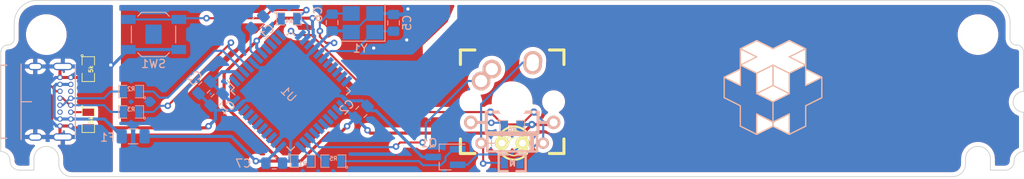
<source format=kicad_pcb>
(kicad_pcb (version 20171130) (host pcbnew "(5.0.1)-3")
  (layers (0 F.Cu signal) (31 B.Cu signal) (34 B.Paste user) (35 F.Paste user) (36 B.SilkS user) (37 F.SilkS user) (38 B.Mask user) (39 F.Mask user) (44 Edge.Cuts user))
  (net 0 "")
  (net 1 "Net-(U1-Pad1)")
  (net 2 +5V)
  (net 3 "Net-(R2-Pad1)")
  (net 4 "Net-(R3-Pad1)")
  (net 5 GND)
  (net 6 "Net-(C1-Pad1)")
  (net 7 "Net-(U1-Pad8)")
  (net 8 "Net-(U1-Pad9)")
  (net 9 "Net-(U1-Pad10)")
  (net 10 "Net-(U1-Pad11)")
  (net 11 "Net-(SW1-Pad2)")
  (net 12 "Net-(C6-Pad1)")
  (net 13 "Net-(C5-Pad1)")
  (net 14 "Net-(R1-Pad2)")
  (net 15 "Net-(U1-Pad36)")
  (net 16 "Net-(U1-Pad37)")
  (net 17 "Net-(U1-Pad42)")
  (net 18 "Net-(Q1-Pad1)")
  (net 19 VCC)
  (net 20 D+)
  (net 21 D-)
  (net 22 "Net-(C1-Pad2)")
  (net 23 SR0)
  (net 24 LC0)
  (net 25 N-LR0)
  (net 26 N-SR0)
  (net 27 PWM)
  (net 28 SC0)
  (net 29 SC1)
  (net 30 SC2)
  (net 31 SC3)
  (net 32 SC4)
  (net 33 SC5)
  (net 34 SC6)
  (net 35 SR1)
  (net 36 SR2)
  (net 37 SR3)
  (net 38 SR4)
  (net 39 SR5)
  (net 40 SR6)
  (net 41 SR7)
  (net 42 SR8)
  (net 43 SR9)
  (net 44 CC1)
  (net 45 CC2)
  (module Keebio-Parts:mechcult_logo (layer B.Cu) (at 182.1775 118.90375 180)
    (fp_text reference REF** hide)
    (fp_text value mechcult_logo)
  )
  (module SM0805 (layer F.Cu) (at 98.1775 114.90375 270)
    (fp_text reference 5k (at 0 -0.3175 270) (layer F.SilkS) (effects (font (size 0.50038 0.50038) (thickness 0.10922))))
    (fp_text value RESISTOR hide)
    (pad 2 smd rect (at 0.9525 0 270) (size 0.889 1.397) (layers F.Cu F.Paste F.Mask) (net 5 GND))
    (pad 1 smd rect (at -0.9525 0 270) (size 0.889 1.397) (layers F.Cu F.Paste F.Mask) (net 45 CC2))
  )
  (module SM0805 (layer F.Cu) (at 98.1775 121.15375 270)
    (fp_text reference 5k (at 0 -0.3175 270) (layer F.SilkS) (effects (font (size 0.50038 0.50038) (thickness 0.10922))))
    (fp_text value RESISTOR hide)
    (pad 2 smd rect (at 0.9525 0 270) (size 0.889 1.397) (layers F.Cu F.Paste F.Mask) (net 5 GND))
    (pad 1 smd rect (at -0.9525 0 270) (size 0.889 1.397) (layers F.Cu F.Paste F.Mask) (net 44 CC1))
  )
  (module ALPS_CHERRY_ZEAL_PCB_100H (layer F.Cu) (at 150.1775 118.90375)
    (fp_text reference S0 hide)
    (fp_text value MX1A hide)
    (pad "" np_thru_hole circle (at 5.08 0) (size 1.8018 1.8018) (drill 1.8018) (layers *.Cu *.Mask F.SilkS))
    (pad "" np_thru_hole circle (at -5.08 0) (size 1.8018 1.8018) (drill 1.8018) (layers *.Cu *.Mask F.SilkS))
    (pad "" np_thru_hole circle (at 0 0) (size 3.9878 3.9878) (drill 3.9878) (layers *.Cu *.Mask F.SilkS))
    (pad 2 thru_hole circle (at -3.81 -2.54) (size 2.286 2.286) (drill 1.4986) (layers *.Cu *.SilkS *.Mask) (net 28 SC0))
    (pad 2 thru_hole circle (at -2.5 -4) (size 2.286 2.286) (drill 1.4986) (layers *.Cu *.SilkS *.Mask) (net 28 SC0))
    (pad 1 thru_hole oval (at 2.52 -4.79 356.1) (size 2.286 2.867377) (drill oval 1.4986 2.079977) (layers *.Cu *.SilkS *.Mask) (net 26 N-SR0))
  )
  (module SM0805 (layer B.Cu) (at 128.23512 126.186112 180)
    (fp_text reference R5 (at 0 0.3175 180) (layer B.SilkS) (effects (font (size 0.50038 0.50038) (thickness 0.10922)) (justify mirror)))
    (fp_text value RESISTOR hide)
    (pad 1 smd rect (at -0.9525 0 180) (size 0.889 1.397) (layers B.Cu B.Paste B.Mask) (net 18 "Net-(Q1-Pad1)"))
    (pad 2 smd rect (at 0.9525 0 180) (size 0.889 1.397) (layers B.Cu B.Paste B.Mask) (net 27 PWM))
  )
  (module SM0805 (layer B.Cu) (at 124.48512 126.186112)
    (fp_text reference R1 (at 0 0.3175) (layer B.SilkS) (effects (font (size 0.50038 0.50038) (thickness 0.10922)) (justify mirror)))
    (fp_text value RESISTOR hide)
    (pad 2 smd rect (at 0.9525 0) (size 0.889 1.397) (layers B.Cu B.Paste B.Mask) (net 14 "Net-(R1-Pad2)"))
    (pad 1 smd rect (at -0.9525 0) (size 0.889 1.397) (layers B.Cu B.Paste B.Mask) (net 5 GND))
  )
  (module SM0805 (layer B.Cu) (at 122.797418 108.726314)
    (fp_text reference R4 (at 0 0.3175) (layer B.SilkS) (effects (font (size 0.50038 0.50038) (thickness 0.10922)) (justify mirror)))
    (fp_text value RESISTOR hide)
    (pad 1 smd rect (at -0.9525 0) (size 0.889 1.397) (layers B.Cu B.Paste B.Mask) (net 2 +5V))
    (pad 2 smd rect (at 0.9525 0) (size 0.889 1.397) (layers B.Cu B.Paste B.Mask) (net 11 "Net-(SW1-Pad2)"))
  )
  (module SM0805 (layer B.Cu) (at 103.4275 117.65375 180)
    (fp_text reference R2 (at 0 0.3175 180) (layer B.SilkS) (effects (font (size 0.50038 0.50038) (thickness 0.10922)) (justify mirror)))
    (fp_text value RESISTOR hide)
    (pad 2 smd rect (at 0.9525 0 180) (size 0.889 1.397) (layers B.Cu B.Paste B.Mask) (net 21 D-))
    (pad 1 smd rect (at -0.9525 0 180) (size 0.889 1.397) (layers B.Cu B.Paste B.Mask) (net 3 "Net-(R2-Pad1)"))
  )
  (module SM0805 (layer B.Cu) (at 103.4275 120.15375 180)
    (fp_text reference R3 (at 0 0.3175 180) (layer B.SilkS) (effects (font (size 0.50038 0.50038) (thickness 0.10922)) (justify mirror)))
    (fp_text value RESISTOR hide)
    (pad 1 smd rect (at -0.9525 0 180) (size 0.889 1.397) (layers B.Cu B.Paste B.Mask) (net 4 "Net-(R3-Pad1)"))
    (pad 2 smd rect (at 0.9525 0 180) (size 0.889 1.397) (layers B.Cu B.Paste B.Mask) (net 20 D+))
  )
  (module SM0805D (layer B.Cu) (at 150.1775 126.39675)
    (fp_text reference D1 hide)
    (fp_text value DIODE hide)
    (pad 2 smd rect (at 0.9525 0) (size 0.889 1.397) (layers B.Cu B.Paste B.Mask) (net 23 SR0))
    (pad 1 smd rect (at -0.9525 0) (size 0.889 1.397) (layers B.Cu B.Paste B.Mask) (net 26 N-SR0))
  )
  (module D3 (layer B.Cu) (at 150.1775 123.98375)
    (fp_text reference D0 hide)
    (fp_text value DIODE hide)
    (pad 1 thru_hole circle (at -3.81 0) (size 1.397 1.397) (drill 0.8128) (layers *.Cu *.Mask B.SilkS) (net 26 N-SR0))
    (pad 2 thru_hole circle (at 3.81 0) (size 1.397 1.397) (drill 0.8128) (layers *.Cu *.Mask B.SilkS) (net 23 SR0))
  )
  (module LED-3MM (layer F.Cu) (at 150.1775 123.98375)
    (fp_text reference LED0 hide)
    (fp_text value LED hide)
    (pad 2 thru_hole circle (at 1.27 0) (size 1.6764 1.6764) (drill 0.8128) (layers *.Cu *.Mask F.SilkS) (net 24 LC0))
    (pad 1 thru_hole circle (at -1.27 0) (size 1.6764 1.6764) (drill 0.8128) (layers *.Cu *.Mask F.SilkS) (net 25 N-LR0))
  )
  (module RESISTOR (layer B.Cu) (at 150.1775 121.44375)
    (fp_text reference R0 hide)
    (fp_text value RESISTOR hide)
    (pad 2 thru_hole circle (at 5.08 0) (size 1.651 1.651) (drill 0.9906) (layers *.Cu *.SilkS *.Mask) (net 2 +5V))
    (pad 1 thru_hole circle (at -5.08 0) (size 1.651 1.651) (drill 0.9906) (layers *.Cu *.SilkS *.Mask) (net 25 N-LR0))
  )
  (module SM0805 (layer B.Cu) (at 150.1775 121.95175)
    (fp_text reference R6 (at 0 0.3175) (layer B.SilkS) (effects (font (size 0.50038 0.50038) (thickness 0.10922)) (justify mirror)))
    (fp_text value RESISTOR hide)
    (pad 2 smd rect (at 0.9525 0) (size 0.889 1.397) (layers B.Cu B.Paste B.Mask) (net 2 +5V))
    (pad 1 smd rect (at -0.9525 0) (size 0.889 1.397) (layers B.Cu B.Paste B.Mask) (net 25 N-LR0))
  )
  (module CHERRY_STAB_HOLE_BOTTOM (layer F.Cu) (at 207.3275 110.66375)
    (fp_text reference "" (at 0 -3.048) (layer F.SilkS) (effects (font (size 1.016 1.016) (thickness 0.254))))
    (fp_text value "" hide)
    (pad "" np_thru_hole circle (at 0 0) (size 3.9878 3.9878) (drill 3.9878) (layers *.Cu *.Mask F.SilkS))
  )
  (module CHERRY_STAB_HOLE_BOTTOM (layer F.Cu) (at 93.0275 110.66375)
    (fp_text reference "" (at 0 -3.048) (layer F.SilkS) (effects (font (size 1.016 1.016) (thickness 0.254))))
    (fp_text value "" hide)
    (pad "" np_thru_hole circle (at 0 0) (size 3.9878 3.9878) (drill 3.9878) (layers *.Cu *.Mask F.SilkS))
  )
  (module Button_Switch_SMD:SW_SPST_SKQG_WithStem (layer B.Cu) (at 106.1775 110.65375)
    (fp_text reference SW1 (at 0 3.6) (layer B.SilkS) (effects (justify mirror)))
    (fp_text value SW_PUSH)
    (pad 1 smd rect (at -3.1 1.85) (size 1.8 1.1) (layers B.Cu B.Paste B.Mask) (net 5 GND))
    (pad 1 smd rect (at 3.1 1.85) (size 1.8 1.1) (layers B.Cu B.Paste B.Mask) (net 5 GND))
    (pad 2 smd rect (at -3.1 -1.85) (size 1.8 1.1) (layers B.Cu B.Paste B.Mask) (net 11 "Net-(SW1-Pad2)"))
    (pad 2 smd rect (at 3.1 -1.85) (size 1.8 1.1) (layers B.Cu B.Paste B.Mask) (net 11 "Net-(SW1-Pad2)"))
  )
  (module Capacitor_SMD:C_0805_2012Metric_Pad1.15x1.40mm_HandSolder (layer B.Cu) (at 118.9275 109.15375 45)
    (fp_text reference C1 (at 0 1.65 45) (layer B.SilkS) (effects (justify mirror)))
    (fp_text value 1uF)
    (pad 1 smd roundrect (at -1.024999 0 45) (size 1.15 1.4) (layers B.Cu B.Paste B.Mask) (roundrect_rratio 0.217391) (net 6 "Net-(C1-Pad1)"))
    (pad 2 smd roundrect (at 1.024999 0 45) (size 1.15 1.4) (layers B.Cu B.Paste B.Mask) (roundrect_rratio 0.217391) (net 22 "Net-(C1-Pad2)"))
  )
  (module Capacitor_SMD:C_0805_2012Metric_Pad1.15x1.40mm_HandSolder (layer B.Cu) (at 131.6775 120.15375 45)
    (fp_text reference C2 (at -0.842177 -1.684511 45) (layer B.SilkS) (effects (justify mirror)))
    (fp_text value 0.1uF)
    (pad 2 smd roundrect (at 1.024999 0 45) (size 1.15 1.4) (layers B.Cu B.Paste B.Mask) (roundrect_rratio 0.217391) (net 5 GND))
    (pad 1 smd roundrect (at -1.024999 0 45) (size 1.15 1.4) (layers B.Cu B.Paste B.Mask) (roundrect_rratio 0.217391) (net 2 +5V))
  )
  (module Capacitor_SMD:C_0805_2012Metric_Pad1.15x1.40mm_HandSolder (layer B.Cu) (at 112.4275 117.15375 225)
    (fp_text reference C3 (at 0 1.65 225) (layer B.SilkS) (effects (justify mirror)))
    (fp_text value 0.1uF)
    (pad 1 smd roundrect (at -1.024999 0 225) (size 1.15 1.4) (layers B.Cu B.Paste B.Mask) (roundrect_rratio 0.217391) (net 2 +5V))
    (pad 2 smd roundrect (at 1.024999 0 225) (size 1.15 1.4) (layers B.Cu B.Paste B.Mask) (roundrect_rratio 0.217391) (net 5 GND))
  )
  (module Capacitor_SMD:C_0805_2012Metric_Pad1.15x1.40mm_HandSolder (layer B.Cu) (at 113.9275 118.65375 225)
    (fp_text reference C4 (at -0.239368 -1.721634 225) (layer B.SilkS) (effects (justify mirror)))
    (fp_text value 0.1uF)
    (pad 2 smd roundrect (at 1.024999 0 225) (size 1.15 1.4) (layers B.Cu B.Paste B.Mask) (roundrect_rratio 0.217391) (net 5 GND))
    (pad 1 smd roundrect (at -1.024999 0 225) (size 1.15 1.4) (layers B.Cu B.Paste B.Mask) (roundrect_rratio 0.217391) (net 2 +5V))
  )
  (module Capacitor_SMD:C_0805_2012Metric_Pad1.15x1.40mm_HandSolder (layer B.Cu) (at 135.626466 109.227363 90)
    (fp_text reference C5 (at 0 1.65 90) (layer B.SilkS) (effects (justify mirror)))
    (fp_text value 22pF)
    (pad 1 smd roundrect (at -1.025 0 90) (size 1.15 1.4) (layers B.Cu B.Paste B.Mask) (roundrect_rratio 0.217391) (net 13 "Net-(C5-Pad1)"))
    (pad 2 smd roundrect (at 1.025 0 90) (size 1.15 1.4) (layers B.Cu B.Paste B.Mask) (roundrect_rratio 0.217391) (net 5 GND))
  )
  (module Capacitor_SMD:C_0805_2012Metric_Pad1.15x1.40mm_HandSolder (layer B.Cu) (at 128.08762 109.186112 270)
    (fp_text reference C6 (at -1.013362 1.74812 270) (layer B.SilkS) (effects (justify mirror)))
    (fp_text value 22pF)
    (pad 2 smd roundrect (at 1.025 0 270) (size 1.15 1.4) (layers B.Cu B.Paste B.Mask) (roundrect_rratio 0.217391) (net 5 GND))
    (pad 1 smd roundrect (at -1.025 0 270) (size 1.15 1.4) (layers B.Cu B.Paste B.Mask) (roundrect_rratio 0.217391) (net 12 "Net-(C6-Pad1)"))
  )
  (module Capacitor_SMD:C_0805_2012Metric_Pad1.15x1.40mm_HandSolder (layer B.Cu) (at 120.98512 126.436112)
    (fp_text reference C7 (at -3.79562 0.036638) (layer B.SilkS) (effects (justify mirror)))
    (fp_text value 10uF)
    (pad 1 smd roundrect (at -1.025 0) (size 1.15 1.4) (layers B.Cu B.Paste B.Mask) (roundrect_rratio 0.217391) (net 2 +5V))
    (pad 2 smd roundrect (at 1.025 0) (size 1.15 1.4) (layers B.Cu B.Paste B.Mask) (roundrect_rratio 0.217391) (net 5 GND))
  )
  (module Crystal:Crystal_SMD_3225-4Pin_3.2x2.5mm_HandSoldering (layer B.Cu) (at 131.876466 109.227363 180)
    (fp_text reference Y1 (at 0.336966 -3.145387 180) (layer B.SilkS) (effects (justify mirror)))
    (fp_text value 16MHz)
    (pad 1 smd rect (at -1.45 -1.15 180) (size 2.1 1.8) (layers B.Cu B.Paste B.Mask) (net 13 "Net-(C5-Pad1)"))
    (pad 2 smd rect (at 1.45 -1.15 180) (size 2.1 1.8) (layers B.Cu B.Paste B.Mask) (net 5 GND))
    (pad 3 smd rect (at 1.45 1.15 180) (size 2.1 1.8) (layers B.Cu B.Paste B.Mask) (net 12 "Net-(C6-Pad1)"))
    (pad 4 smd rect (at -1.45 1.15 180) (size 2.1 1.8) (layers B.Cu B.Paste B.Mask) (net 5 GND))
  )
  (module Keebio-Parts:SOT-23_Handsoldering (layer B.Cu) (at 141.98512 125.686112 180)
    (fp_text reference Q1 (at 1.99562 1.713362 180) (layer B.SilkS) (effects (justify mirror)))
    (fp_text value Q_NMOS_GDS)
    (pad 1 smd rect (at -1.5 0.95 180) (size 1.9 0.8) (layers B.Cu B.Paste B.Mask) (net 18 "Net-(Q1-Pad1)"))
    (pad 2 smd rect (at -1.5 -0.95 180) (size 1.9 0.8) (layers B.Cu B.Paste B.Mask) (net 24 LC0))
    (pad 3 smd rect (at 1.5 0 180) (size 1.9 0.8) (layers B.Cu B.Paste B.Mask) (net 5 GND))
  )
  (module Package_QFP:TQFP-44_10x10mm_P0.8mm (layer B.Cu) (at 122.9995 117.58525 315)
    (fp_text reference U1 (at 0.090156 0.457852 315) (layer B.SilkS) (effects (justify mirror)))
    (fp_text value ATmega32U4-AU)
    (pad 1 smd rect (at -5.7 4 315) (size 1.5 0.55) (layers B.Cu B.Paste B.Mask) (net 1 "Net-(U1-Pad1)"))
    (pad 2 smd rect (at -5.7 3.2 315) (size 1.5 0.55) (layers B.Cu B.Paste B.Mask) (net 2 +5V))
    (pad 3 smd rect (at -5.7 2.4 315) (size 1.5 0.55) (layers B.Cu B.Paste B.Mask) (net 3 "Net-(R2-Pad1)"))
    (pad 4 smd rect (at -5.7 1.6 315) (size 1.5 0.55) (layers B.Cu B.Paste B.Mask) (net 4 "Net-(R3-Pad1)"))
    (pad 5 smd rect (at -5.7 0.8 315) (size 1.5 0.55) (layers B.Cu B.Paste B.Mask) (net 5 GND))
    (pad 6 smd rect (at -5.7 0 315) (size 1.5 0.55) (layers B.Cu B.Paste B.Mask) (net 6 "Net-(C1-Pad1)"))
    (pad 7 smd rect (at -5.7 -0.8 315) (size 1.5 0.55) (layers B.Cu B.Paste B.Mask) (net 2 +5V))
    (pad 8 smd rect (at -5.7 -1.6 315) (size 1.5 0.55) (layers B.Cu B.Paste B.Mask) (net 7 "Net-(U1-Pad8)"))
    (pad 9 smd rect (at -5.7 -2.4 315) (size 1.5 0.55) (layers B.Cu B.Paste B.Mask) (net 8 "Net-(U1-Pad9)"))
    (pad 10 smd rect (at -5.7 -3.2 315) (size 1.5 0.55) (layers B.Cu B.Paste B.Mask) (net 9 "Net-(U1-Pad10)"))
    (pad 11 smd rect (at -5.7 -4 315) (size 1.5 0.55) (layers B.Cu B.Paste B.Mask) (net 10 "Net-(U1-Pad11)"))
    (pad 12 smd rect (at -4 -5.7 225) (size 1.5 0.55) (layers B.Cu B.Paste B.Mask) (net 23 SR0))
    (pad 13 smd rect (at -3.2 -5.7 225) (size 1.5 0.55) (layers B.Cu B.Paste B.Mask) (net 11 "Net-(SW1-Pad2)"))
    (pad 14 smd rect (at -2.4 -5.7 225) (size 1.5 0.55) (layers B.Cu B.Paste B.Mask) (net 2 +5V))
    (pad 15 smd rect (at -1.6 -5.7 225) (size 1.5 0.55) (layers B.Cu B.Paste B.Mask) (net 5 GND))
    (pad 16 smd rect (at -0.8 -5.7 225) (size 1.5 0.55) (layers B.Cu B.Paste B.Mask) (net 12 "Net-(C6-Pad1)"))
    (pad 17 smd rect (at 0 -5.7 225) (size 1.5 0.55) (layers B.Cu B.Paste B.Mask) (net 13 "Net-(C5-Pad1)"))
    (pad 18 smd rect (at 0.8 -5.7 225) (size 1.5 0.55) (layers B.Cu B.Paste B.Mask) (net 34 SC6))
    (pad 19 smd rect (at 1.6 -5.7 225) (size 1.5 0.55) (layers B.Cu B.Paste B.Mask) (net 33 SC5))
    (pad 20 smd rect (at 2.4 -5.7 225) (size 1.5 0.55) (layers B.Cu B.Paste B.Mask) (net 32 SC4))
    (pad 21 smd rect (at 3.2 -5.7 225) (size 1.5 0.55) (layers B.Cu B.Paste B.Mask) (net 31 SC3))
    (pad 22 smd rect (at 4 -5.7 225) (size 1.5 0.55) (layers B.Cu B.Paste B.Mask) (net 30 SC2))
    (pad 23 smd rect (at 5.7 -4 315) (size 1.5 0.55) (layers B.Cu B.Paste B.Mask) (net 5 GND))
    (pad 24 smd rect (at 5.7 -3.2 315) (size 1.5 0.55) (layers B.Cu B.Paste B.Mask) (net 2 +5V))
    (pad 25 smd rect (at 5.7 -2.4 315) (size 1.5 0.55) (layers B.Cu B.Paste B.Mask) (net 29 SC1))
    (pad 26 smd rect (at 5.7 -1.6 315) (size 1.5 0.55) (layers B.Cu B.Paste B.Mask) (net 43 SR9))
    (pad 27 smd rect (at 5.7 -0.8 315) (size 1.5 0.55) (layers B.Cu B.Paste B.Mask) (net 42 SR8))
    (pad 28 smd rect (at 5.7 0 315) (size 1.5 0.55) (layers B.Cu B.Paste B.Mask) (net 41 SR7))
    (pad 29 smd rect (at 5.7 0.8 315) (size 1.5 0.55) (layers B.Cu B.Paste B.Mask) (net 40 SR6))
    (pad 30 smd rect (at 5.7 1.6 315) (size 1.5 0.55) (layers B.Cu B.Paste B.Mask) (net 39 SR5))
    (pad 31 smd rect (at 5.7 2.4 315) (size 1.5 0.55) (layers B.Cu B.Paste B.Mask) (net 28 SC0))
    (pad 32 smd rect (at 5.7 3.2 315) (size 1.5 0.55) (layers B.Cu B.Paste B.Mask) (net 27 PWM))
    (pad 33 smd rect (at 5.7 4 315) (size 1.5 0.55) (layers B.Cu B.Paste B.Mask) (net 14 "Net-(R1-Pad2)"))
    (pad 34 smd rect (at 4 5.7 225) (size 1.5 0.55) (layers B.Cu B.Paste B.Mask) (net 2 +5V))
    (pad 35 smd rect (at 3.2 5.7 225) (size 1.5 0.55) (layers B.Cu B.Paste B.Mask) (net 5 GND))
    (pad 36 smd rect (at 2.4 5.7 225) (size 1.5 0.55) (layers B.Cu B.Paste B.Mask) (net 15 "Net-(U1-Pad36)"))
    (pad 37 smd rect (at 1.6 5.7 225) (size 1.5 0.55) (layers B.Cu B.Paste B.Mask) (net 16 "Net-(U1-Pad37)"))
    (pad 38 smd rect (at 0.8 5.7 225) (size 1.5 0.55) (layers B.Cu B.Paste B.Mask) (net 35 SR1))
    (pad 39 smd rect (at 0 5.7 225) (size 1.5 0.55) (layers B.Cu B.Paste B.Mask) (net 36 SR2))
    (pad 40 smd rect (at -0.8 5.7 225) (size 1.5 0.55) (layers B.Cu B.Paste B.Mask) (net 37 SR3))
    (pad 41 smd rect (at -1.6 5.7 225) (size 1.5 0.55) (layers B.Cu B.Paste B.Mask) (net 38 SR4))
    (pad 42 smd rect (at -2.4 5.7 225) (size 1.5 0.55) (layers B.Cu B.Paste B.Mask) (net 17 "Net-(U1-Pad42)"))
    (pad 43 smd rect (at -3.2 5.7 225) (size 1.5 0.55) (layers B.Cu B.Paste B.Mask) (net 5 GND))
    (pad 44 smd rect (at -4 5.7 225) (size 1.5 0.55) (layers B.Cu B.Paste B.Mask) (net 2 +5V))
  )
  (module Fuse:Fuse_1206_3216Metric (layer B.Cu) (at 103.6775 123.15375 180)
    (fp_text reference F1 (at 3.14562 -0.136638 180) (layer B.SilkS) (effects (justify mirror)))
    (fp_text value Fuse_1206_3216Metric)
    (pad 2 smd roundrect (at 1.4 0 180) (size 1.25 1.75) (layers B.Cu B.Paste B.Mask) (roundrect_rratio 0.2) (net 19 VCC))
    (pad 1 smd roundrect (at -1.4 0 180) (size 1.25 1.75) (layers B.Cu B.Paste B.Mask) (roundrect_rratio 0.2) (net 2 +5V))
  )
  (module Type-C:USB_C_GCT_USB4085 (layer B.Cu) (at 89.9275 118.90375 90)
    (fp_text reference REF** hide)
    (fp_text value USB_C_USB4085)
    (pad A5 thru_hole circle (at -1.275 6.1 90) (size 0.65 0.65) (drill 0.4) (layers *.Cu *.Mask) (net 44 CC1))
    (pad A1 thru_hole circle (at -2.975 6.1 90) (size 0.65 0.65) (drill 0.4) (layers *.Cu *.Mask) (net 5 GND))
    (pad A4 thru_hole circle (at -2.125 6.1 90) (size 0.65 0.65) (drill 0.4) (layers *.Cu *.Mask) (net 19 VCC))
    (pad A6 thru_hole circle (at -0.425 6.1 90) (size 0.65 0.65) (drill 0.4) (layers *.Cu *.Mask) (net 20 D+))
    (pad A7 thru_hole circle (at 0.425 6.1 90) (size 0.65 0.65) (drill 0.4) (layers *.Cu *.Mask) (net 21 D-))
    (pad A8 thru_hole circle (at 1.275 6.1 90) (size 0.65 0.65) (drill 0.4) (layers *.Cu *.Mask))
    (pad A9 thru_hole circle (at 2.125 6.1 90) (size 0.65 0.65) (drill 0.4) (layers *.Cu *.Mask) (net 19 VCC))
    (pad A12 thru_hole circle (at 2.975 6.1 90) (size 0.65 0.65) (drill 0.4) (layers *.Cu *.Mask) (net 5 GND))
    (pad B12 thru_hole circle (at -2.975 4.775 90) (size 0.65 0.65) (drill 0.4) (layers *.Cu *.Mask) (net 5 GND))
    (pad B9 thru_hole circle (at -2.12 4.775 90) (size 0.65 0.65) (drill 0.4) (layers *.Cu *.Mask) (net 19 VCC))
    (pad B8 thru_hole circle (at -1.27 4.775 90) (size 0.65 0.65) (drill 0.4) (layers *.Cu *.Mask))
    (pad B7 thru_hole circle (at -0.42 4.775 90) (size 0.65 0.65) (drill 0.4) (layers *.Cu *.Mask) (net 21 D-))
    (pad B6 thru_hole circle (at 0.43 4.775 90) (size 0.65 0.65) (drill 0.4) (layers *.Cu *.Mask) (net 20 D+))
    (pad B5 thru_hole circle (at 1.28 4.775 90) (size 0.65 0.65) (drill 0.4) (layers *.Cu *.Mask) (net 45 CC2))
    (pad B4 thru_hole circle (at 2.13 4.775 90) (size 0.65 0.65) (drill 0.4) (layers *.Cu *.Mask) (net 19 VCC))
    (pad B1 thru_hole circle (at 2.98 4.775 90) (size 0.65 0.65) (drill 0.4) (layers *.Cu *.Mask) (net 5 GND))
    (pad S1 thru_hole oval (at -4.325 5.12 90) (size 0.9 2.4) (drill oval 0.6 2.1) (layers *.Cu *.Mask) (net 5 GND))
    (pad S1 thru_hole oval (at 4.325 5.12 90) (size 0.9 2.4) (drill oval 0.6 2.1) (layers *.Cu *.Mask) (net 5 GND))
    (pad S1 thru_hole oval (at -4.325 1.74 90) (size 0.9 1.7) (drill oval 0.6 1.4) (layers *.Cu *.Mask) (net 5 GND))
    (pad S1 thru_hole oval (at 4.325 1.74 90) (size 0.9 1.7) (drill oval 0.6 1.4) (layers *.Cu *.Mask) (net 5 GND))
  )
  (module Keebio-Parts:mechcult_logo (layer F.Cu) (at 182.1775 118.90375)
    (fp_text reference REF** hide)
    (fp_text value mechcult_logo)
  )
  (gr_text + (at 147.6395 123.92275) (layer B.SilkS) (effects (font (size 1 1) (thickness 0.125)) (justify mirror)))
  (gr_line (start 94.8055 106.47275) (end 205.5495 106.47275) (layer Edge.Cuts) (width 0.1))
  (gr_arc (start 89.7255 126.15775) (end 89.7255 127.30075) (angle 90) (layer Edge.Cuts) (width 0.1))
  (gr_arc (start 87.4395 126.15775) (end 87.4395 125.01475) (angle 90) (layer Edge.Cuts) (width 0.1))
  (gr_line (start 87.4395 120.18875) (end 87.4395 125.01475) (angle 90) (layer Edge.Cuts) (width 0.1))
  (gr_arc (start 91.8845 109.26675) (end 89.0905 109.26675) (angle 90) (layer Edge.Cuts) (width 0.1))
  (gr_line (start 89.0905 109.26675) (end 89.0905 111.17175) (angle 90) (layer Edge.Cuts) (width 0.1))
  (gr_line (start 91.5035 127.30075) (end 89.7255 127.30075) (angle 90) (layer Edge.Cuts) (width 0.1))
  (gr_arc (start 88.3285 112.82275) (end 87.4395 112.82275) (angle 90) (layer Edge.Cuts) (width 0.1))
  (gr_line (start 87.4395 120.17275) (end 87.4395 112.82275) (angle 90) (layer Edge.Cuts) (width 0.1))
  (gr_line (start 91.8845 106.47275) (end 94.8055 106.47275) (angle 90) (layer Edge.Cuts) (width 0.1))
  (gr_arc (start 88.3285 111.17175) (end 89.0905 111.17175) (angle 90) (layer Edge.Cuts) (width 0.1))
  (gr_arc (start 207.3275 125.90375) (end 205.8035 125.90375) (angle 90) (layer Edge.Cuts) (width 0.1))
  (gr_line (start 96.139 128.0945) (end 204.216 128.0945) (angle 90) (layer Edge.Cuts) (width 0.1))
  (gr_arc (start 96.139 126.507) (end 94.5515 126.507) (angle -90) (layer Edge.Cuts) (width 0.1))
  (gr_arc (start 208.4705 109.26675) (end 208.4705 106.47275) (angle 90) (layer Edge.Cuts) (width 0.1))
  (gr_line (start 94.5515 125.90375) (end 94.5515 126.507) (angle 90) (layer Edge.Cuts) (width 0.1))
  (gr_arc (start 210.6295 126.15775) (end 211.7725 126.15775) (angle 90) (layer Edge.Cuts) (width 0.1))
  (gr_arc (start 212.9155 118.91875) (end 211.6455 118.91875) (angle 90) (layer Edge.Cuts) (width 0.1))
  (gr_arc (start 212.9155 126.15775) (end 211.7725 126.15775) (angle 90) (layer Edge.Cuts) (width 0.1))
  (gr_line (start 212.9155 117.64875) (end 212.9155 112.82275) (angle 90) (layer Edge.Cuts) (width 0.1))
  (gr_arc (start 212.0265 111.17175) (end 212.0265 111.93375) (angle 90) (layer Edge.Cuts) (width 0.1))
  (gr_line (start 205.5495 106.47275) (end 208.4705 106.47275) (angle 90) (layer Edge.Cuts) (width 0.1))
  (gr_line (start 211.2645 109.26675) (end 211.2645 111.17175) (angle 90) (layer Edge.Cuts) (width 0.1))
  (gr_arc (start 93.0275 125.90375) (end 93.0275 124.37975) (angle 90) (layer Edge.Cuts) (width 0.1))
  (gr_arc (start 93.0275 125.90375) (end 91.5035 125.90375) (angle 90) (layer Edge.Cuts) (width 0.1))
  (gr_line (start 91.5035 125.90375) (end 91.5035 127.30075) (angle 90) (layer Edge.Cuts) (width 0.1))
  (gr_arc (start 212.0265 112.82275) (end 212.0265 111.93375) (angle 90) (layer Edge.Cuts) (width 0.1))
  (gr_line (start 208.8515 125.90375) (end 208.8515 127.30075) (angle 90) (layer Edge.Cuts) (width 0.1))
  (gr_arc (start 207.3275 125.90375) (end 207.3275 124.37975) (angle 90) (layer Edge.Cuts) (width 0.1))
  (gr_line (start 212.9155 120.18875) (end 212.9155 125.01475) (angle 90) (layer Edge.Cuts) (width 0.1))
  (gr_line (start 210.6295 127.30075) (end 208.8515 127.30075) (angle 90) (layer Edge.Cuts) (width 0.1))
  (gr_arc (start 212.9155 118.91875) (end 212.9155 120.18875) (angle 90) (layer Edge.Cuts) (width 0.1))
  (gr_arc (start 204.216 126.507) (end 204.216 128.0945) (angle -90) (layer Edge.Cuts) (width 0.1))
  (gr_line (start 205.8035 125.90375) (end 205.8035 126.507) (angle 90) (layer Edge.Cuts) (width 0.1))
  (via (at 152.5905 121.69775) (size 0.889) (drill 0.4) (layers F.Cu B.Cu) (net 2))
  (segment (start 116.037078 118.890818) (end 116.140564 118.787332) (width 0.381) (layer B.Cu) (net 2))
  (segment (start 114.83762 115.436112) (end 118.83762 111.436112) (width 0.381) (layer F.Cu) (net 2))
  (via (at 118.83762 111.436112) (size 0.8) (drill 0.4) (layers F.Cu B.Cu) (net 2))
  (segment (start 118.83762 112.291999) (end 118.83762 111.436112) (width 0.381) (layer B.Cu) (net 2))
  (segment (start 119.534677 112.989056) (end 118.83762 112.291999) (width 0.381) (layer B.Cu) (net 2))
  (segment (start 129.89379 119.954057) (end 129.29275 119.353017) (width 0.381) (layer B.Cu) (net 2))
  (segment (start 130.375845 120.436112) (end 129.89379 119.954057) (width 0.381) (layer B.Cu) (net 2))
  (segment (start 130.656002 120.436112) (end 130.375845 120.436112) (width 0.381) (layer B.Cu) (net 2))
  (segment (start 114.562404 117.410896) (end 114.764128 117.410896) (width 0.381) (layer B.Cu) (net 2))
  (via (at 118.73512 126.186112) (size 0.8) (drill 0.4) (layers F.Cu B.Cu) (net 2))
  (segment (start 114.83762 115.436112) (end 114.83762 119.288612) (width 0.381) (layer F.Cu) (net 2))
  (segment (start 114.83762 119.288612) (end 119.73512 124.186112) (width 0.381) (layer F.Cu) (net 2))
  (segment (start 119.96012 126.186112) (end 118.73512 126.186112) (width 0.381) (layer B.Cu) (net 2))
  (segment (start 120.055492 126.186112) (end 121.797418 124.444186) (width 0.381) (layer B.Cu) (net 2))
  (segment (start 119.96012 126.186112) (end 120.055492 126.186112) (width 0.381) (layer B.Cu) (net 2))
  (segment (start 119.73512 124.186112) (end 121.73512 126.186112) (width 0.381) (layer F.Cu) (net 2))
  (via (at 129.9275 121.90375) (size 0.8) (drill 0.4) (layers F.Cu B.Cu) (net 2))
  (segment (start 118.73512 126.186112) (end 121.73512 126.186112) (width 0.381) (layer F.Cu) (net 2))
  (segment (start 155.0035 121.69775) (end 155.2575 121.44375) (width 0.381) (layer F.Cu) (net 2))
  (segment (start 152.5905 121.69775) (end 155.0035 121.69775) (width 0.381) (layer F.Cu) (net 2))
  (segment (start 151.384 121.69775) (end 151.13 121.95175) (width 0.381) (layer B.Cu) (net 2))
  (segment (start 152.5905 121.69775) (end 151.384 121.69775) (width 0.381) (layer B.Cu) (net 2))
  (segment (start 152.5905 121.69775) (end 151.533201 122.755049) (width 0.381) (layer F.Cu) (net 2))
  (segment (start 121.844918 108.472314) (end 121.844918 108.726314) (width 0.381) (layer B.Cu) (net 2))
  (segment (start 151.533201 122.755049) (end 143.518683 122.755049) (width 0.381) (layer F.Cu) (net 2))
  (segment (start 121.73512 126.186112) (end 124.23512 126.186112) (width 0.381) (layer F.Cu) (net 2))
  (segment (start 124.23512 126.186112) (end 127.666183 122.755049) (width 0.381) (layer F.Cu) (net 2))
  (segment (start 129.076201 122.755049) (end 129.9275 121.90375) (width 0.381) (layer F.Cu) (net 2))
  (segment (start 127.666183 122.755049) (end 129.076201 122.755049) (width 0.381) (layer F.Cu) (net 2))
  (segment (start 129.9275 121.90375) (end 130.952716 120.878534) (width 0.381) (layer B.Cu) (net 2))
  (via (at 132.4275 122.40375) (size 0.8) (drill 0.4) (layers F.Cu B.Cu) (net 2))
  (segment (start 143.518683 122.755049) (end 132.778799 122.755049) (width 0.381) (layer F.Cu) (net 2))
  (segment (start 132.778799 122.755049) (end 132.4275 122.40375) (width 0.381) (layer F.Cu) (net 2))
  (segment (start 132.4275 122.353318) (end 130.952716 120.878534) (width 0.381) (layer B.Cu) (net 2))
  (segment (start 132.4275 122.40375) (end 132.4275 122.353318) (width 0.381) (layer B.Cu) (net 2))
  (segment (start 116.10521 115.216443) (end 116.70625 115.817483) (width 0.381) (layer B.Cu) (net 2))
  (segment (start 114.564375 115.216443) (end 116.10521 115.216443) (width 0.381) (layer B.Cu) (net 2))
  (segment (start 113.402284 116.378534) (end 114.564375 115.216443) (width 0.381) (layer B.Cu) (net 2))
  (segment (start 115.51065 118.787332) (end 114.652284 117.928966) (width 0.381) (layer B.Cu) (net 2))
  (segment (start 116.140564 118.787332) (end 115.51065 118.787332) (width 0.381) (layer B.Cu) (net 2))
  (segment (start 114.652284 117.928966) (end 113.152284 116.428966) (width 0.381) (layer B.Cu) (net 2))
  (segment (start 115.702758 123.15375) (end 118.73512 126.186112) (width 0.381) (layer B.Cu) (net 2))
  (segment (start 105.0775 123.15375) (end 115.702758 123.15375) (width 0.381) (layer B.Cu) (net 2))
  (via (at 125.6775 108.65375) (size 0.8) (drill 0.4) (layers F.Cu B.Cu) (net 2))
  (segment (start 118.83762 111.436112) (end 121.619982 108.65375) (width 0.381) (layer F.Cu) (net 2))
  (segment (start 121.619982 108.65375) (end 125.6775 108.65375) (width 0.381) (layer F.Cu) (net 2))
  (segment (start 125.6775 108.65375) (end 125.6775 109.947239) (width 0.381) (layer B.Cu) (net 2))
  (segment (start 125.933992 111.256645) (end 125.332952 111.857685) (width 0.381) (layer B.Cu) (net 2))
  (segment (start 125.933992 110.845799) (end 125.933992 111.256645) (width 0.381) (layer B.Cu) (net 2))
  (segment (start 125.770886 110.682693) (end 125.933992 110.845799) (width 0.381) (layer B.Cu) (net 2))
  (segment (start 125.770886 110.040625) (end 125.770886 110.682693) (width 0.381) (layer B.Cu) (net 2))
  (segment (start 125.6775 109.947239) (end 125.770886 110.040625) (width 0.381) (layer B.Cu) (net 2))
  (segment (start 114.673887 112.65375) (end 117.271935 115.251798) (width 0.254) (layer B.Cu) (net 3))
  (segment (start 113.6775 112.65375) (end 114.673887 112.65375) (width 0.254) (layer B.Cu) (net 3))
  (segment (start 107.9275 118.40375) (end 113.6775 112.65375) (width 0.254) (layer B.Cu) (net 3))
  (segment (start 106.9275 118.40375) (end 107.9275 118.40375) (width 0.254) (layer B.Cu) (net 3))
  (segment (start 104.38 117.65375) (end 106.1775 117.65375) (width 0.254) (layer B.Cu) (net 3))
  (segment (start 106.1775 117.65375) (end 106.9275 118.40375) (width 0.254) (layer B.Cu) (net 3))
  (segment (start 104.38 120.15375) (end 105.0785 120.15375) (width 0.254) (layer B.Cu) (net 4))
  (segment (start 105.0785 120.15375) (end 106.1775 120.15375) (width 0.254) (layer B.Cu) (net 4))
  (segment (start 106.1775 120.15375) (end 106.9275 119.40375) (width 0.254) (layer B.Cu) (net 4))
  (segment (start 106.9275 119.40375) (end 107.9275 119.40375) (width 0.254) (layer B.Cu) (net 4))
  (via (at 107.9275 119.40375) (size 0.8) (drill 0.4) (layers F.Cu B.Cu) (net 4))
  (via (at 115.6775 111.65375) (size 0.8) (drill 0.4) (layers F.Cu B.Cu) (net 4))
  (segment (start 107.9275 119.40375) (end 115.6775 111.65375) (width 0.254) (layer F.Cu) (net 4))
  (segment (start 115.6775 111.65375) (end 115.4275 111.90375) (width 0.254) (layer B.Cu) (net 4))
  (segment (start 115.4275 112.275992) (end 117.83762 114.686112) (width 0.254) (layer B.Cu) (net 4))
  (segment (start 115.4275 111.90375) (end 115.4275 112.275992) (width 0.254) (layer B.Cu) (net 4))
  (segment (start 133.025322 119.476314) (end 132.959904 119.410896) (width 0.381) (layer B.Cu) (net 5))
  (segment (start 126.11077 112.42337) (end 125.898638 112.42337) (width 0.25) (layer B.Cu) (net 5))
  (segment (start 125.898638 112.400094) (end 128.08762 110.211112) (width 0.381) (layer B.Cu) (net 5))
  (segment (start 125.898638 112.42337) (end 125.898638 112.400094) (width 0.381) (layer B.Cu) (net 5))
  (segment (start 130.260215 110.211112) (end 130.426466 110.377363) (width 0.381) (layer B.Cu) (net 5))
  (segment (start 128.08762 110.211112) (end 130.260215 110.211112) (width 0.381) (layer B.Cu) (net 5))
  (segment (start 132.973564 108.077363) (end 133.326466 108.077363) (width 0.381) (layer B.Cu) (net 5))
  (segment (start 130.673564 110.377363) (end 132.973564 108.077363) (width 0.2032) (layer B.Cu) (net 5))
  (segment (start 130.426466 110.377363) (end 130.673564 110.377363) (width 0.381) (layer B.Cu) (net 5))
  (segment (start 135.501466 108.077363) (end 135.626466 108.202363) (width 0.381) (layer B.Cu) (net 5))
  (segment (start 133.326466 108.077363) (end 135.501466 108.077363) (width 0.381) (layer B.Cu) (net 5))
  (segment (start 116.70625 119.353017) (end 116.10521 119.954057) (width 0.381) (layer B.Cu) (net 5))
  (segment (start 116.10521 119.954057) (end 115.003065 119.954057) (width 0.381) (layer B.Cu) (net 5))
  (segment (start 140.48512 125.686112) (end 139.15412 125.686112) (width 0.381) (layer B.Cu) (net 5))
  (via (at 133.1895 112.32275) (size 0.8) (drill 0.4) (layers F.Cu B.Cu) (net 5))
  (via (at 137.2395 111.32275) (size 0.8) (drill 0.4) (layers F.Cu B.Cu) (net 5))
  (via (at 137.3895 107.52275) (size 0.8) (drill 0.4) (layers F.Cu B.Cu) (net 5))
  (segment (start 125.297598 113.02441) (end 125.898638 112.42337) (width 0.381) (layer B.Cu) (net 5))
  (segment (start 123.600541 114.721467) (end 125.297598 113.02441) (width 0.381) (layer B.Cu) (net 5))
  (segment (start 119.004346 114.721467) (end 123.600541 114.721467) (width 0.381) (layer B.Cu) (net 5))
  (segment (start 118.403306 114.120427) (end 119.004346 114.721467) (width 0.381) (layer B.Cu) (net 5))
  (segment (start 127.065366 118.186292) (end 123.600541 114.721467) (width 0.381) (layer B.Cu) (net 5))
  (segment (start 129.257396 118.186292) (end 127.065366 118.186292) (width 0.381) (layer B.Cu) (net 5))
  (segment (start 129.858436 118.787332) (end 129.257396 118.186292) (width 0.381) (layer B.Cu) (net 5))
  (segment (start 119.570031 118.751977) (end 123.600541 114.721467) (width 0.381) (layer B.Cu) (net 5))
  (segment (start 117.30729 118.751977) (end 119.570031 118.751977) (width 0.381) (layer B.Cu) (net 5))
  (segment (start 116.70625 119.353017) (end 117.30729 118.751977) (width 0.381) (layer B.Cu) (net 5))
  (segment (start 121.832773 121.014719) (end 119.570031 118.751977) (width 0.381) (layer B.Cu) (net 5))
  (segment (start 121.832773 123.27746) (end 121.832773 121.014719) (width 0.381) (layer B.Cu) (net 5))
  (segment (start 121.231733 123.8785) (end 121.832773 123.27746) (width 0.381) (layer B.Cu) (net 5))
  (segment (start 122.8395 126.186112) (end 123.53262 126.186112) (width 0.381) (layer B.Cu) (net 5))
  (segment (start 122.01012 126.186112) (end 122.8395 126.186112) (width 0.381) (layer B.Cu) (net 5))
  (segment (start 121.987483 123.12275) (end 121.231733 123.8785) (width 0.381) (layer B.Cu) (net 5))
  (segment (start 122.9895 123.12275) (end 121.987483 123.12275) (width 0.381) (layer B.Cu) (net 5))
  (segment (start 122.9895 124.67275) (end 122.9895 123.12275) (width 0.381) (layer B.Cu) (net 5))
  (segment (start 122.912712 124.749538) (end 122.9895 124.67275) (width 0.381) (layer B.Cu) (net 5))
  (segment (start 122.8395 126.186112) (end 122.912712 126.1129) (width 0.381) (layer B.Cu) (net 5))
  (segment (start 122.912712 126.1129) (end 122.912712 124.749538) (width 0.381) (layer B.Cu) (net 5))
  (segment (start 131.76065 118.787332) (end 132.402284 119.428966) (width 0.381) (layer B.Cu) (net 5))
  (segment (start 129.858436 118.787332) (end 131.76065 118.787332) (width 0.381) (layer B.Cu) (net 5))
  (segment (start 132.967968 119.99465) (end 132.402284 119.428966) (width 0.381) (layer B.Cu) (net 5))
  (segment (start 133.462658 119.99465) (end 132.967968 119.99465) (width 0.381) (layer B.Cu) (net 5))
  (segment (start 139.15412 125.686112) (end 133.462658 119.99465) (width 0.381) (layer B.Cu) (net 5))
  (segment (start 114.993226 119.944218) (end 115.003065 119.954057) (width 0.381) (layer B.Cu) (net 5))
  (segment (start 91.6675 123.22875) (end 95.0475 123.22875) (width 0.381) (layer F.Cu) (net 5))
  (segment (start 94.7025 121.87875) (end 96.0275 121.87875) (width 0.381) (layer F.Cu) (net 5))
  (segment (start 94.7025 122.88375) (end 95.0475 123.22875) (width 0.381) (layer F.Cu) (net 5))
  (segment (start 94.7025 121.87875) (end 94.7025 122.88375) (width 0.381) (layer F.Cu) (net 5))
  (segment (start 94.7075 115.92875) (end 94.7025 115.92375) (width 0.381) (layer F.Cu) (net 5))
  (segment (start 96.0275 115.92875) (end 94.7075 115.92875) (width 0.381) (layer F.Cu) (net 5))
  (segment (start 94.7025 114.92375) (end 95.0475 114.57875) (width 0.381) (layer F.Cu) (net 5))
  (segment (start 94.7025 115.92375) (end 94.7025 114.92375) (width 0.381) (layer F.Cu) (net 5))
  (segment (start 91.6675 114.57875) (end 95.0475 114.57875) (width 0.381) (layer B.Cu) (net 5))
  (segment (start 96.255 122.10625) (end 96.0275 121.87875) (width 0.381) (layer F.Cu) (net 5))
  (segment (start 98.1775 122.10625) (end 96.255 122.10625) (width 0.381) (layer F.Cu) (net 5))
  (segment (start 98.105 115.92875) (end 98.1775 115.85625) (width 0.381) (layer F.Cu) (net 5))
  (segment (start 96.0275 115.92875) (end 98.105 115.92875) (width 0.381) (layer F.Cu) (net 5))
  (segment (start 111.702716 117.878534) (end 113.202716 119.378534) (width 0.381) (layer B.Cu) (net 5))
  (segment (start 113.202716 119.378534) (end 113.7684 119.944218) (width 0.381) (layer B.Cu) (net 5))
  (segment (start 93.405989 121.00853) (end 93.405989 116.675261) (width 0.381) (layer B.Cu) (net 5))
  (segment (start 94.7025 121.87875) (end 94.276209 121.87875) (width 0.381) (layer B.Cu) (net 5))
  (segment (start 94.276209 121.87875) (end 93.405989 121.00853) (width 0.381) (layer B.Cu) (net 5))
  (segment (start 94.1575 115.92375) (end 94.7025 115.92375) (width 0.381) (layer B.Cu) (net 5))
  (segment (start 93.405989 116.675261) (end 94.1575 115.92375) (width 0.381) (layer B.Cu) (net 5))
  (segment (start 113.7684 119.944218) (end 114.993226 119.944218) (width 0.381) (layer B.Cu) (net 5))
  (via (at 112.9275 121.90375) (size 0.8) (drill 0.4) (layers F.Cu B.Cu) (net 5))
  (segment (start 98.1775 122.10625) (end 112.725 122.10625) (width 0.381) (layer F.Cu) (net 5))
  (segment (start 112.725 122.10625) (end 112.9275 121.90375) (width 0.381) (layer F.Cu) (net 5))
  (segment (start 113.7684 121.06285) (end 113.7684 119.944218) (width 0.381) (layer B.Cu) (net 5))
  (segment (start 112.9275 121.90375) (end 113.7684 121.06285) (width 0.381) (layer B.Cu) (net 5))
  (via (at 100.9275 114.40375) (size 0.8) (drill 0.4) (layers F.Cu B.Cu) (net 5))
  (segment (start 98.1775 115.85625) (end 99.475 115.85625) (width 0.381) (layer F.Cu) (net 5))
  (segment (start 99.475 115.85625) (end 100.9275 114.40375) (width 0.381) (layer F.Cu) (net 5))
  (segment (start 101.1775 114.40375) (end 103.0775 112.50375) (width 0.381) (layer B.Cu) (net 5))
  (segment (start 100.9275 114.40375) (end 101.1775 114.40375) (width 0.381) (layer B.Cu) (net 5))
  (segment (start 104.3585 112.50375) (end 109.2775 112.50375) (width 0.381) (layer B.Cu) (net 5))
  (segment (start 103.0775 112.50375) (end 104.3585 112.50375) (width 0.381) (layer B.Cu) (net 5))
  (segment (start 118.08762 112.67337) (end 118.08762 110.161112) (width 0.254) (layer B.Cu) (net 6))
  (segment (start 118.968991 113.554741) (end 118.08762 112.67337) (width 0.254) (layer B.Cu) (net 6))
  (segment (start 125.047418 109.476314) (end 125.047418 110.041999) (width 0.254) (layer B.Cu) (net 11))
  (segment (start 124.767267 111.292) (end 124.767267 111.012001) (width 0.254) (layer B.Cu) (net 11))
  (segment (start 125.253376 110.525892) (end 125.253376 110.254984) (width 0.254) (layer B.Cu) (net 11))
  (segment (start 124.767267 111.012001) (end 125.253376 110.525892) (width 0.254) (layer B.Cu) (net 11))
  (segment (start 125.047418 110.041999) (end 125.231733 110.226314) (width 0.254) (layer B.Cu) (net 11))
  (segment (start 124.297418 108.726314) (end 125.047418 109.476314) (width 0.254) (layer B.Cu) (net 11))
  (segment (start 123.749918 108.726314) (end 124.297418 108.726314) (width 0.254) (layer B.Cu) (net 11))
  (segment (start 103.0775 108.80375) (end 109.2775 108.80375) (width 0.254) (layer B.Cu) (net 11))
  (via (at 124.9275 107.65375) (size 0.8) (drill 0.4) (layers F.Cu B.Cu) (net 11))
  (segment (start 123.749918 108.726314) (end 123.854936 108.726314) (width 0.254) (layer B.Cu) (net 11))
  (segment (start 123.854936 108.726314) (end 124.9275 107.65375) (width 0.254) (layer B.Cu) (net 11))
  (segment (start 124.9275 107.65375) (end 120.6775 107.65375) (width 0.254) (layer F.Cu) (net 11))
  (via (at 112.6775 108.65375) (size 0.8) (drill 0.4) (layers F.Cu B.Cu) (net 11))
  (segment (start 120.6775 107.65375) (end 119.6775 108.65375) (width 0.254) (layer F.Cu) (net 11))
  (segment (start 119.6775 108.65375) (end 112.6775 108.65375) (width 0.254) (layer F.Cu) (net 11))
  (segment (start 109.4275 108.65375) (end 109.2775 108.80375) (width 0.254) (layer B.Cu) (net 11))
  (segment (start 112.6775 108.65375) (end 109.4275 108.65375) (width 0.254) (layer B.Cu) (net 11))
  (via (at 128.33762 111.686112) (size 0.8) (drill 0.4) (layers F.Cu B.Cu) (net 12))
  (segment (start 126.464323 112.989056) (end 127.767267 111.686112) (width 0.254) (layer B.Cu) (net 12))
  (segment (start 127.767267 111.686112) (end 128.33762 111.686112) (width 0.254) (layer B.Cu) (net 12))
  (segment (start 128.33762 111.686112) (end 127.33762 111.686112) (width 0.254) (layer F.Cu) (net 12))
  (via (at 126.58762 110.226314) (size 0.8) (drill 0.4) (layers F.Cu B.Cu) (net 12))
  (segment (start 127.33762 111.686112) (end 126.58762 110.936112) (width 0.254) (layer F.Cu) (net 12))
  (segment (start 127.61262 108.161112) (end 126.58762 109.186112) (width 0.254) (layer B.Cu) (net 12))
  (segment (start 128.08762 108.161112) (end 127.61262 108.161112) (width 0.254) (layer B.Cu) (net 12))
  (segment (start 128.171369 108.077363) (end 128.08762 108.161112) (width 0.254) (layer B.Cu) (net 12))
  (segment (start 130.426466 108.077363) (end 128.171369 108.077363) (width 0.254) (layer B.Cu) (net 12))
  (segment (start 126.58762 109.186112) (end 126.58762 110.226314) (width 0.254) (layer B.Cu) (net 12))
  (segment (start 126.58762 110.936112) (end 126.58762 110.226314) (width 0.254) (layer F.Cu) (net 12))
  (segment (start 133.176466 110.377363) (end 133.326466 110.377363) (width 0.254) (layer B.Cu) (net 13))
  (segment (start 130.867717 112.686112) (end 133.176466 110.377363) (width 0.254) (layer B.Cu) (net 13))
  (segment (start 127.898638 112.686112) (end 130.867717 112.686112) (width 0.254) (layer B.Cu) (net 13))
  (segment (start 127.030009 113.554741) (end 127.898638 112.686112) (width 0.254) (layer B.Cu) (net 13))
  (segment (start 133.451466 110.252363) (end 133.326466 110.377363) (width 0.254) (layer B.Cu) (net 13))
  (segment (start 135.626466 110.252363) (end 133.451466 110.252363) (width 0.254) (layer B.Cu) (net 13))
  (segment (start 125.43762 125.680224) (end 124.201582 124.444186) (width 0.254) (layer B.Cu) (net 14))
  (segment (start 125.43762 126.186112) (end 125.43762 125.680224) (width 0.254) (layer B.Cu) (net 14))
  (segment (start 142.93512 124.736112) (end 141.98512 125.686112) (width 0.254) (layer B.Cu) (net 18))
  (segment (start 143.48512 124.736112) (end 142.93512 124.736112) (width 0.254) (layer B.Cu) (net 18))
  (segment (start 141.98512 126.124714) (end 141.423722 126.686112) (width 0.254) (layer B.Cu) (net 18))
  (segment (start 141.98512 125.686112) (end 141.98512 126.124714) (width 0.254) (layer B.Cu) (net 18))
  (segment (start 141.423722 126.686112) (end 139.23512 126.686112) (width 0.254) (layer B.Cu) (net 18))
  (segment (start 138.73512 126.186112) (end 128.93762 126.186112) (width 0.254) (layer B.Cu) (net 18))
  (segment (start 139.23512 126.686112) (end 138.73512 126.186112) (width 0.254) (layer B.Cu) (net 18))
  (segment (start 96.0225 121.02375) (end 96.0275 121.02875) (width 0.381) (layer B.Cu) (net 19))
  (segment (start 94.7025 121.02375) (end 96.0225 121.02375) (width 0.381) (layer B.Cu) (net 19))
  (segment (start 94.7075 116.77875) (end 94.7025 116.77375) (width 0.381) (layer B.Cu) (net 19))
  (segment (start 96.0275 116.77875) (end 94.7075 116.77875) (width 0.381) (layer B.Cu) (net 19))
  (segment (start 100.1525 121.02875) (end 102.2775 123.15375) (width 0.381) (layer B.Cu) (net 19))
  (segment (start 96.0275 121.02875) (end 100.1525 121.02875) (width 0.381) (layer B.Cu) (net 19))
  (segment (start 94.242881 116.77375) (end 94.7025 116.77375) (width 0.381) (layer B.Cu) (net 19))
  (segment (start 93.986999 117.029632) (end 94.242881 116.77375) (width 0.381) (layer B.Cu) (net 19))
  (segment (start 93.986999 120.767868) (end 93.986999 117.029632) (width 0.381) (layer B.Cu) (net 19))
  (segment (start 94.242881 121.02375) (end 93.986999 120.767868) (width 0.381) (layer B.Cu) (net 19))
  (segment (start 94.7025 121.02375) (end 94.242881 121.02375) (width 0.381) (layer B.Cu) (net 19))
  (segment (start 95.912538 119.32875) (end 96.0275 119.32875) (width 0.254) (layer F.Cu) (net 20))
  (segment (start 95.057538 118.47375) (end 95.912538 119.32875) (width 0.254) (layer F.Cu) (net 20))
  (segment (start 94.7025 118.47375) (end 95.057538 118.47375) (width 0.254) (layer F.Cu) (net 20))
  (segment (start 96.0275 119.32875) (end 100.1025 119.32875) (width 0.254) (layer B.Cu) (net 20))
  (segment (start 100.9275 120.15375) (end 102.475 120.15375) (width 0.254) (layer B.Cu) (net 20))
  (segment (start 100.1025 119.32875) (end 100.9275 120.15375) (width 0.254) (layer B.Cu) (net 20))
  (segment (start 95.912538 118.47875) (end 96.0275 118.47875) (width 0.254) (layer B.Cu) (net 21))
  (segment (start 95.067538 119.32375) (end 95.912538 118.47875) (width 0.254) (layer B.Cu) (net 21))
  (segment (start 94.7025 119.32375) (end 95.067538 119.32375) (width 0.254) (layer B.Cu) (net 21))
  (segment (start 96.0275 118.47875) (end 100.1025 118.47875) (width 0.254) (layer B.Cu) (net 21))
  (segment (start 100.9275 117.65375) (end 102.475 117.65375) (width 0.254) (layer B.Cu) (net 21))
  (segment (start 100.1025 118.47875) (end 100.9275 117.65375) (width 0.254) (layer B.Cu) (net 21))
  (segment (start 123.547418 110.726314) (end 125.547418 110.726314) (width 0.254) (layer F.Cu) (net 23))
  (segment (start 151.13 126.14275) (end 153.289 123.98375) (width 0.254) (layer B.Cu) (net 23))
  (segment (start 153.9875 123.98375) (end 153.9875 121.31675) (width 0.254) (layer B.Cu) (net 23))
  (segment (start 151.332138 121.686112) (end 149.022862 121.686112) (width 0.254) (layer F.Cu) (net 23))
  (segment (start 135.297418 116.226314) (end 132.851284 116.226314) (width 0.254) (layer F.Cu) (net 23))
  (segment (start 123.547418 110.726314) (end 123.047418 110.226314) (width 0.254) (layer B.Cu) (net 23))
  (segment (start 147.5105 120.17375) (end 139.244854 120.17375) (width 0.254) (layer F.Cu) (net 23))
  (segment (start 151.13 126.39675) (end 151.13 126.14275) (width 0.254) (layer B.Cu) (net 23))
  (segment (start 149.022862 121.686112) (end 147.954999 120.618249) (width 0.254) (layer F.Cu) (net 23))
  (segment (start 132.851284 116.226314) (end 131.047418 116.226314) (width 0.254) (layer F.Cu) (net 23))
  (segment (start 131.047418 116.226314) (end 130.797418 115.976314) (width 0.254) (layer F.Cu) (net 23))
  (segment (start 125.547418 110.726314) (end 130.797418 115.976314) (width 0.254) (layer F.Cu) (net 23))
  (segment (start 123.047418 110.226314) (end 123.547418 110.726314) (width 0.254) (layer F.Cu) (net 23))
  (segment (start 152.8445 120.17375) (end 151.332138 121.686112) (width 0.254) (layer F.Cu) (net 23))
  (segment (start 153.289 123.98375) (end 153.9875 123.98375) (width 0.254) (layer B.Cu) (net 23))
  (segment (start 124.201582 110.726314) (end 123.547418 110.726314) (width 0.254) (layer B.Cu) (net 23))
  (segment (start 147.954999 120.618249) (end 147.5105 120.17375) (width 0.254) (layer F.Cu) (net 23))
  (segment (start 153.9875 121.31675) (end 152.8445 120.17375) (width 0.254) (layer B.Cu) (net 23))
  (segment (start 139.244854 120.17375) (end 135.297418 116.226314) (width 0.254) (layer F.Cu) (net 23))
  (via (at 123.047418 110.226314) (size 0.8) (drill 0.4) (layers F.Cu B.Cu) (net 23))
  (via (at 147.5105 120.17375) (size 0.889) (drill 0.4) (layers F.Cu B.Cu) (net 23))
  (via (at 152.8445 120.17375) (size 0.889) (drill 0.4) (layers F.Cu B.Cu) (net 23))
  (segment (start 151.4475 123.98375) (end 150.060001 125.371249) (width 0.254) (layer B.Cu) (net 24))
  (segment (start 145.953983 125.371249) (end 150.060001 125.371249) (width 0.254) (layer B.Cu) (net 24))
  (segment (start 144.68912 126.636112) (end 145.953983 125.371249) (width 0.254) (layer B.Cu) (net 24))
  (segment (start 143.48512 126.636112) (end 144.68912 126.636112) (width 0.254) (layer B.Cu) (net 24))
  (via (at 147.6175 121.48375) (size 0.8) (drill 0.4) (layers F.Cu B.Cu) (net 25))
  (segment (start 148.9075 122.26925) (end 149.225 121.95175) (width 0.25) (layer B.Cu) (net 25))
  (segment (start 148.9075 123.98375) (end 148.9075 122.26925) (width 0.25) (layer B.Cu) (net 25))
  (segment (start 147.5775 121.44375) (end 147.6175 121.48375) (width 0.254) (layer F.Cu) (net 25))
  (segment (start 145.0975 121.44375) (end 147.5775 121.44375) (width 0.254) (layer F.Cu) (net 25))
  (segment (start 148.757 121.48375) (end 149.225 121.95175) (width 0.254) (layer B.Cu) (net 25))
  (segment (start 147.6175 121.48375) (end 148.757 121.48375) (width 0.254) (layer B.Cu) (net 25))
  (segment (start 146.3675 119.198098) (end 151.451848 114.11375) (width 0.254) (layer B.Cu) (net 26))
  (segment (start 146.3675 123.98375) (end 146.3675 119.198098) (width 0.254) (layer B.Cu) (net 26))
  (via (at 146.6175 126.48375) (size 0.8) (drill 0.4) (layers F.Cu B.Cu) (net 26))
  (segment (start 149.225 126.39675) (end 146.7045 126.39675) (width 0.254) (layer B.Cu) (net 26))
  (segment (start 146.7045 126.39675) (end 146.6175 126.48375) (width 0.254) (layer B.Cu) (net 26))
  (segment (start 146.6175 124.23375) (end 146.3675 123.98375) (width 0.254) (layer F.Cu) (net 26))
  (segment (start 146.6175 126.48375) (end 146.6175 124.23375) (width 0.254) (layer F.Cu) (net 26))
  (segment (start 151.451848 114.11375) (end 152.6975 114.11375) (width 0.254) (layer B.Cu) (net 26))
  (segment (start 127.03262 126.143853) (end 127.03262 126.186112) (width 0.254) (layer B.Cu) (net 27))
  (segment (start 124.767267 123.8785) (end 127.03262 126.143853) (width 0.254) (layer B.Cu) (net 27))
  (segment (start 125.332952 123.312815) (end 126.496451 124.476314) (width 0.254) (layer B.Cu) (net 28))
  (via (at 135.9275 124.40375) (size 0.8) (drill 0.4) (layers F.Cu B.Cu) (net 28))
  (segment (start 126.496451 124.476314) (end 135.854936 124.476314) (width 0.254) (layer B.Cu) (net 28))
  (segment (start 135.854936 124.476314) (end 135.9275 124.40375) (width 0.254) (layer B.Cu) (net 28))
  (via (at 139.1775 123.90375) (size 0.8) (drill 0.4) (layers F.Cu B.Cu) (net 28))
  (segment (start 135.9275 124.40375) (end 136.4275 123.90375) (width 0.254) (layer F.Cu) (net 28))
  (segment (start 136.4275 123.90375) (end 139.1775 123.90375) (width 0.254) (layer F.Cu) (net 28))
  (segment (start 144.751054 116.36375) (end 146.3675 116.36375) (width 0.254) (layer B.Cu) (net 28))
  (segment (start 139.577499 121.537305) (end 144.751054 116.36375) (width 0.254) (layer B.Cu) (net 28))
  (segment (start 139.577499 123.503751) (end 139.577499 121.537305) (width 0.254) (layer B.Cu) (net 28))
  (segment (start 139.1775 123.90375) (end 139.577499 123.503751) (width 0.254) (layer B.Cu) (net 28))
  (segment (start 98.155 120.17875) (end 98.1775 120.20125) (width 0.254) (layer F.Cu) (net 44))
  (segment (start 96.0275 120.17875) (end 98.155 120.17875) (width 0.254) (layer F.Cu) (net 44))
  (segment (start 97.225 113.95125) (end 96.6775 113.40375) (width 0.254) (layer F.Cu) (net 45))
  (segment (start 98.1775 113.95125) (end 97.225 113.95125) (width 0.254) (layer F.Cu) (net 45))
  (segment (start 96.6775 113.40375) (end 93.9275 113.40375) (width 0.254) (layer F.Cu) (net 45))
  (segment (start 93.9275 113.40375) (end 93.1775 114.15375) (width 0.254) (layer F.Cu) (net 45))
  (segment (start 94.242881 117.62375) (end 94.7025 117.62375) (width 0.254) (layer F.Cu) (net 45))
  (segment (start 93.1775 116.558369) (end 94.242881 117.62375) (width 0.254) (layer F.Cu) (net 45))
  (segment (start 93.1775 114.15375) (end 93.1775 116.558369) (width 0.254) (layer F.Cu) (net 45))
  (zone (net 0) (net_name "") (layer F.Cu) (connect_pads (clearance 0.508)) (min_thickness 0.254) (fill yes (arc_segments 32) (thermal_gap 0.508) (thermal_bridge_width 0.508))
    (polygon (pts (xy 210.6395 107.47275) (xy 211.2395 111.07275) (xy 212.8895 112.72275) (xy 212.8895 117.57275) (xy 211.6395 118.87275) (xy 212.9895 120.22275) (xy 212.8395 124.92275) (xy 211.3645 127.07275) (xy 208.8395 127.32275) (xy 208.8395 126.17275) (xy 208.1395 124.52275) (xy 206.7895 124.52275) (xy 205.7895 126.32275) (xy 205.1395 127.72275) (xy 102.1775 128.053059) (xy 102.1775 106.50375) (xy 94.815293 106.478459) (xy 119.8395 106.52275) (xy 121.7895 108.27275) (xy 125.6395 109.12275) (xy 125.6395 110.92275) (xy 131.0395 116.27275) (xy 135.3775 116.50375) (xy 140.1775 121.30375) (xy 140.1775 112.50375) (xy 143.2895 109.57275) (xy 144.5775 106.50375) (xy 208.1395 106.42275)))
  )
  (zone (net 0) (net_name "") (layer B.Cu) (connect_pads (clearance 0.508)) (min_thickness 0.254)
    (keepout (tracks not_allowed) (vias not_allowed) (copperpour not_allowed))
    (fill (arc_segments 32) (thermal_gap 0.508) (thermal_bridge_width 0.508))
    (polygon (pts (xy 102.1775 109.40375) (xy 102.1775 111.90375) (xy 105.1775 111.90375) (xy 105.1775 109.30375)))
  )
  (zone (net 0) (net_name "") (layer B.Cu) (connect_pads (clearance 0.508)) (min_thickness 0.254)
    (keepout (tracks not_allowed) (vias not_allowed) (copperpour not_allowed))
    (fill (arc_segments 32) (thermal_gap 0.508) (thermal_bridge_width 0.508))
    (polygon (pts (xy 107.1775 109.30375) (xy 107.1775 111.90375) (xy 110.1775 111.90375) (xy 110.1775 109.35375)))
  )
  (zone (net 0) (net_name "") (layer B.Cu) (connect_pads (clearance 0.508)) (min_thickness 0.254)
    (keepout (tracks not_allowed) (vias not_allowed) (copperpour not_allowed))
    (fill (arc_segments 16) (thermal_gap 0.508) (thermal_bridge_width 0.508))
    (polygon (pts (xy 129.1395 106.97275) (xy 129.1395 111.57275) (xy 134.7395 111.52275) (xy 134.6395 106.92275)))
  )
  (zone (net 5) (net_name GND) (layer B.Cu) (connect_pads (clearance 0.508)) (min_thickness 0.254) (fill yes (arc_segments 32) (thermal_gap 0.508) (thermal_bridge_width 0.508))
    (polygon (pts (xy 122.9895 111.17275) (xy 116.5395 117.57275) (xy 122.9895 123.97275) (xy 129.3395 117.57275)))
  )
  (zone (net 5) (net_name GND) (layer B.Cu) (connect_pads (clearance 0.508)) (min_thickness 0.254) (fill yes (arc_segments 32) (thermal_gap 0.508) (thermal_bridge_width 0.508))
    (polygon (pts (xy 126.8895 106.52275) (xy 126.8395 111.12275) (xy 128.5895 113.12275) (xy 137.9895 113.12275) (xy 142.5775 108.50375) (xy 142.5775 106.50375)))
  )
  (zone (net 5) (net_name GND) (layer F.Cu) (connect_pads (clearance 0.508)) (min_thickness 0.254) (fill yes (arc_segments 32) (thermal_gap 0.508) (thermal_bridge_width 0.508))
    (polygon (pts (xy 120.5395 106.52275) (xy 122.0895 107.92275) (xy 126.3395 108.92275) (xy 126.3895 110.87275) (xy 131.2395 115.72275) (xy 135.5895 115.72275) (xy 139.4395 119.57275) (xy 139.1895 112.02275) (xy 142.2395 109.12275) (xy 143.3895 106.52275)))
  )
  (zone (net 5) (net_name GND) (layer F.Cu) (connect_pads (clearance 0.508)) (min_thickness 0.254) (fill yes (arc_segments 32) (thermal_gap 0.508) (thermal_bridge_width 0.508))
    (polygon (pts (xy 87.4275 112.65375) (xy 87.4275 125.15375) (xy 89.5775 127.30375) (xy 91.5775 127.30375) (xy 91.5775 125.90375) (xy 92.9775 124.30375) (xy 94.5775 125.90375) (xy 94.5775 126.70375) (xy 95.9775 128.10375) (xy 101.1775 127.90375) (xy 101.1775 106.50375) (xy 91.5775 106.50375) (xy 89.7775 107.50375) (xy 89.1775 109.30375) (xy 89.1775 110.90375) (xy 87.5775 112.30375)))
  )
  (zone (net 0) (net_name "") (layer F.Cu) (connect_pads (clearance 0.508)) (min_thickness 0.254)
    (keepout (tracks not_allowed) (vias not_allowed) (copperpour not_allowed))
    (fill (arc_segments 16) (thermal_gap 0.508) (thermal_bridge_width 0.508))
    (polygon (pts (xy 180.1775 117.90375) (xy 182.1775 118.90375) (xy 184.1775 117.90375) (xy 184.1775 115.40375) (xy 182.1775 114.40375) (xy 180.1775 115.40375)))
  )
  (zone (net 0) (net_name "") (layer F.Cu) (connect_pads (clearance 0.508)) (min_thickness 0.254)
    (keepout (tracks not_allowed) (vias not_allowed) (copperpour not_allowed))
    (fill (arc_segments 16) (thermal_gap 0.508) (thermal_bridge_width 0.508))
    (polygon (pts (xy 176.1775 115.90375) (xy 178.1775 114.90375) (xy 178.1775 116.90375)))
  )
  (zone (net 0) (net_name "") (layer F.Cu) (connect_pads (clearance 0.508)) (min_thickness 0.254)
    (keepout (tracks not_allowed) (vias not_allowed) (copperpour not_allowed))
    (fill (arc_segments 16) (thermal_gap 0.508) (thermal_bridge_width 0.508))
    (polygon (pts (xy 178.1775 112.40375) (xy 178.1775 114.40375) (xy 180.1775 115.40375) (xy 182.1775 114.40375) (xy 184.1775 115.40375) (xy 186.1775 114.40375) (xy 186.1775 112.40375) (xy 184.1775 111.40375) (xy 182.1775 112.40375) (xy 180.1775 111.40375)))
  )
  (zone (net 0) (net_name "") (layer F.Cu) (connect_pads (clearance 0.508)) (min_thickness 0.254)
    (keepout (tracks not_allowed) (vias not_allowed) (copperpour not_allowed))
    (fill (arc_segments 16) (thermal_gap 0.508) (thermal_bridge_width 0.508))
    (polygon (pts (xy 186.1775 114.90375) (xy 186.1775 116.90375) (xy 188.1775 115.90375)))
  )
  (zone (net 0) (net_name "") (layer F.Cu) (connect_pads (clearance 0.508)) (min_thickness 0.254)
    (keepout (tracks not_allowed) (vias not_allowed) (copperpour not_allowed))
    (fill (arc_segments 16) (thermal_gap 0.508) (thermal_bridge_width 0.508))
    (polygon (pts (xy 180.1775 120.40375) (xy 180.1775 122.90375) (xy 182.1775 121.90375) (xy 184.1775 122.90375) (xy 184.1775 120.40375) (xy 182.1775 121.40375)))
  )
  (zone (net 5) (net_name GND) (layer B.Cu) (connect_pads (clearance 0.508)) (min_thickness 0.254) (fill yes (arc_segments 32) (thermal_gap 0.508) (thermal_bridge_width 0.508))
    (polygon (pts (xy 87.4775 112.90375) (xy 87.4775 125.00375) (xy 88.5775 126.20375) (xy 89.6775 127.30375) (xy 91.4775 127.30375) (xy 91.4775 125.90375) (xy 92.9775 124.30375) (xy 94.5775 126.00375) (xy 94.5775 126.70375) (xy 96.0775 128.10375) (xy 101.1775 128.10375) (xy 101.1775 106.50375) (xy 91.6775 106.50375) (xy 89.7775 107.50375) (xy 89.0775 109.40375) (xy 89.0775 111.00375) (xy 87.4775 112.70375)))
  )
  (zone (net 0) (net_name "") (layer B.Cu) (connect_pads (clearance 0.508)) (min_thickness 0.254)
    (keepout (tracks not_allowed) (vias not_allowed) (copperpour not_allowed))
    (fill (arc_segments 16) (thermal_gap 0.508) (thermal_bridge_width 0.508))
    (polygon (pts (xy 184.1775 117.90375) (xy 182.1775 118.90375) (xy 180.1775 117.90375) (xy 180.1775 115.40375) (xy 182.1775 114.40375) (xy 184.1775 115.40375)))
  )
  (zone (net 0) (net_name "") (layer B.Cu) (connect_pads (clearance 0.508)) (min_thickness 0.254)
    (keepout (tracks not_allowed) (vias not_allowed) (copperpour not_allowed))
    (fill (arc_segments 16) (thermal_gap 0.508) (thermal_bridge_width 0.508))
    (polygon (pts (xy 184.1775 120.40375) (xy 184.1775 122.90375) (xy 182.1775 121.90375) (xy 180.1775 122.90375) (xy 180.1775 120.40375) (xy 182.1775 121.40375)))
  )
  (zone (net 0) (net_name "") (layer B.Cu) (connect_pads (clearance 0.508)) (min_thickness 0.254)
    (keepout (tracks not_allowed) (vias not_allowed) (copperpour not_allowed))
    (fill (arc_segments 16) (thermal_gap 0.508) (thermal_bridge_width 0.508))
    (polygon (pts (xy 188.1775 115.90375) (xy 186.1775 114.90375) (xy 186.1775 116.90375)))
  )
  (zone (net 0) (net_name "") (layer B.Cu) (connect_pads (clearance 0.508)) (min_thickness 0.254)
    (keepout (tracks not_allowed) (vias not_allowed) (copperpour not_allowed))
    (fill (arc_segments 16) (thermal_gap 0.508) (thermal_bridge_width 0.508))
    (polygon (pts (xy 178.1775 114.90375) (xy 178.1775 116.90375) (xy 176.1775 115.90375)))
  )
  (zone (net 0) (net_name "") (layer B.Cu) (connect_pads (clearance 0.508)) (min_thickness 0.254)
    (keepout (tracks not_allowed) (vias not_allowed) (copperpour not_allowed))
    (fill (arc_segments 16) (thermal_gap 0.508) (thermal_bridge_width 0.508))
    (polygon (pts (xy 186.1775 112.40375) (xy 186.1775 114.40375) (xy 184.1775 115.40375) (xy 182.1775 114.40375) (xy 180.1775 115.40375) (xy 178.1775 114.40375) (xy 178.1775 112.40375) (xy 180.1775 111.40375) (xy 182.1775 112.40375) (xy 184.1775 111.40375)))
  )
  (zone (net 0) (net_name "") (layer B.Cu) (connect_pads (clearance 0.508)) (min_thickness 0.254) (fill yes (arc_segments 32) (thermal_gap 0.508) (thermal_bridge_width 0.508))
    (polygon (pts (xy 126.8895 110.82275) (xy 126.3395 111.72275) (xy 128.3395 113.72275) (xy 138.4895 113.87275) (xy 143.4395 108.72275) (xy 143.4395 106.52275) (xy 208.5895 106.52275) (xy 210.5395 107.37275) (xy 211.2395 109.27275) (xy 211.2895 111.12275) (xy 212.8895 112.82275) (xy 212.8895 117.62275) (xy 211.6395 119.02275) (xy 212.8895 120.22275) (xy 212.8895 124.97275) (xy 211.7895 126.27275) (xy 210.7395 127.32275) (xy 208.8895 127.27275) (xy 208.8395 125.77275) (xy 207.1395 124.37275) (xy 205.7895 125.72275) (xy 205.7895 126.62275) (xy 204.2395 128.07275) (xy 101.9775 128.10375) (xy 101.9775 106.50375) (xy 98.7225 106.47275) (xy 126.8895 106.47275)))
  )
)
</source>
